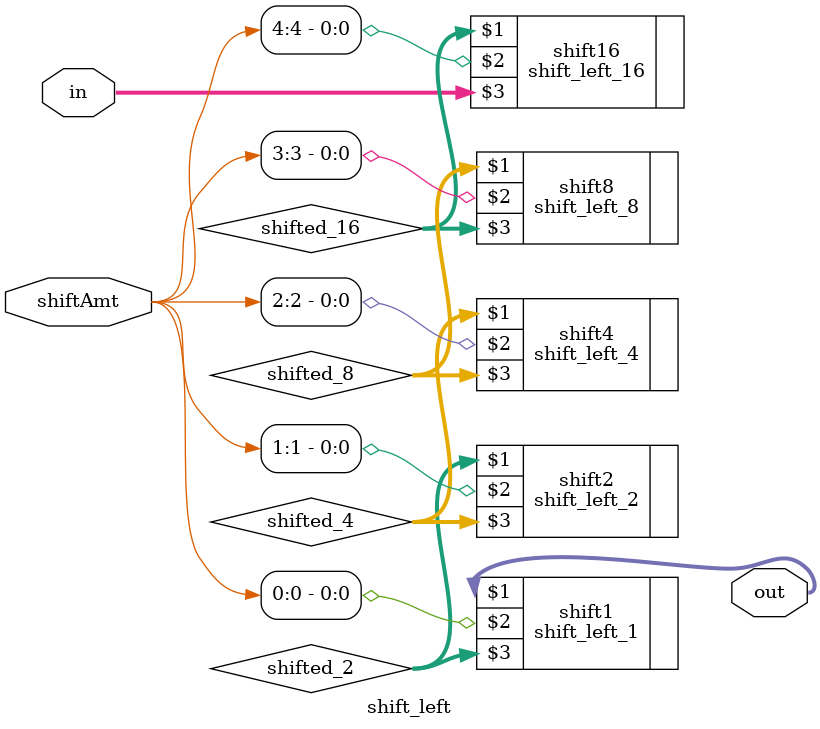
<source format=v>
module shift_left(
    output [31:0] out,
    input [4:0] shiftAmt,
    input [31:0] in);

    wire [31:0] shifted_16, shifted_8, shifted_4, shifted_2;

    shift_left_16 shift16(shifted_16, shiftAmt[4], in);

    shift_left_8 shift8(shifted_8, shiftAmt[3], shifted_16);

    shift_left_4 shift4(shifted_4, shiftAmt[2], shifted_8);

    shift_left_2 shift2(shifted_2, shiftAmt[1], shifted_4);

    shift_left_1 shift1(out, shiftAmt[0], shifted_2);


endmodule

</source>
